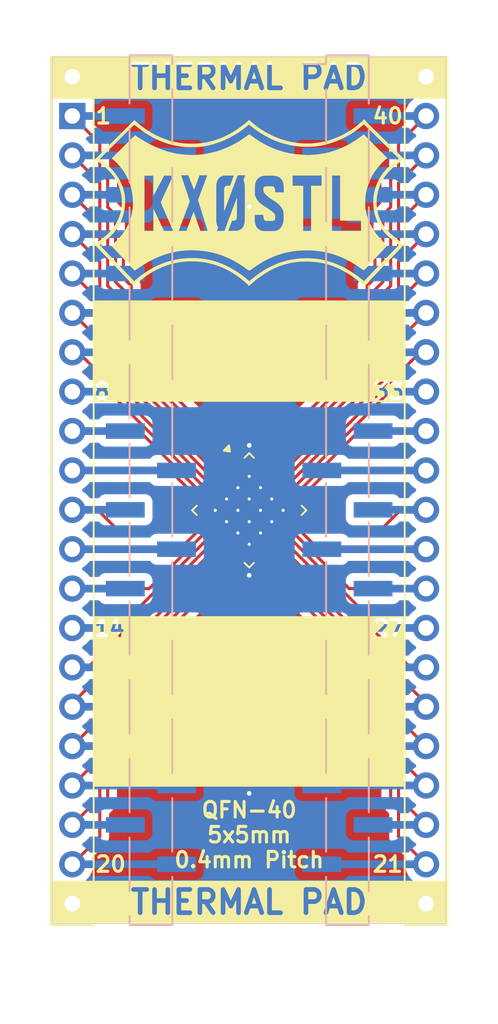
<source format=kicad_pcb>
(kicad_pcb (version 20241229) (generator "pcbnew") (generator_version "9.0")
  (layers (0 "F.Cu" signal) (2 "B.Cu" signal) (13 "F.Paste" user) (15 "B.Paste" user) (5 "F.SilkS" user "F.Silkscreen") (7 "B.SilkS" user "B.Silkscreen") (1 "F.Mask" user) (3 "B.Mask" user) (25 "Edge.Cuts" user))
  (net 0 "")
  (net 1 "/27")
  (net 2 "/10")
  (net 3 "/3")
  (net 4 "/6")
  (net 5 "/8")
  (net 6 "/1")
  (net 7 "/31")
  (net 8 "/7")
  (net 9 "/28")
  (net 10 "/2")
  (net 11 "/32")
  (net 12 "/24")
  (net 13 "/23")
  (net 14 "/19")
  (net 15 "/20")
  (net 16 "/18")
  (net 17 "/9")
  (net 18 "/14")
  (net 19 "/34")
  (net 20 "/26")
  (net 21 "/21")
  (net 22 "/16")
  (net 23 "/29")
  (net 24 "/15")
  (net 25 "/25")
  (net 26 "/30")
  (net 27 "/33")
  (net 28 "/17")
  (net 29 "/5")
  (net 30 "/4")
  (net 31 "/13")
  (net 32 "/12")
  (net 33 "/11")
  (net 34 "/22")
  (net 35 "/35")
  (net 36 "/37")
  (net 37 "/36")
  (net 38 "/41")
  (net 39 "/38")
  (net 40 "/40")
  (net 41 "/39")
  (footprint "Package_DFN_QFN:QFN-40-1EP_5x5mm_P0.4mm_EP3.6x3.6mm_ThermalVias" (layer "F.Cu") (at 136.144 110.777005 -45)
    (property "Reference" "U101" (hide yes))
    (property "Value" "QFN-48")
    (pad "1" smd roundrect (at -2.6375 -1.8 315) (size 1.2 0.25) (layers "F.Cu" "F.Mask" "F.Paste") (net 6 "/1"))
    (pad "2" smd roundrect (at -2.637501 -1.4 315) (size 1.2 0.25) (layers "F.Cu" "F.Mask" "F.Paste") (net 10 "/2"))
    (pad "3" smd roundrect (at -2.6375 -1 315) (size 1.2 0.25) (layers "F.Cu" "F.Mask" "F.Paste") (net 3 "/3"))
    (pad "4" smd roundrect (at -2.6375 -0.6 315) (size 1.2 0.25) (layers "F.Cu" "F.Mask" "F.Paste") (net 30 "/4"))
    (pad "5" smd roundrect (at -2.6375 -0.199999 315) (size 1.2 0.25) (layers "F.Cu" "F.Mask" "F.Paste") (net 29 "/5"))
    (pad "6" smd roundrect (at -2.6375 0.199999 315) (size 1.2 0.25) (layers "F.Cu" "F.Mask" "F.Paste") (net 4 "/6"))
    (pad "7" smd roundrect (at -2.6375 0.6 315) (size 1.2 0.25) (layers "F.Cu" "F.Mask" "F.Paste") (net 8 "/7"))
    (pad "8" smd roundrect (at -2.6375 1 315) (size 1.2 0.25) (layers "F.Cu" "F.Mask" "F.Paste") (net 5 "/8"))
    (pad "9" smd roundrect (at -2.637501 1.4 315) (size 1.2 0.25) (layers "F.Cu" "F.Mask" "F.Paste") (net 17 "/9"))
    (pad "10" smd roundrect (at -2.6375 1.8 315) (size 1.2 0.25) (layers "F.Cu" "F.Mask" "F.Paste") (net 2 "/10"))
    (pad "11" smd roundrect (at -1.8 2.6375 315) (size 0.25 1.2) (layers "F.Cu" "F.Mask" "F.Paste") (net 33 "/11"))
    (pad "12" smd roundrect (at -1.4 2.637501 315) (size 0.25 1.2) (layers "F.Cu" "F.Mask" "F.Paste") (net 32 "/12"))
    (pad "13" smd roundrect (at -1 2.6375 315) (size 0.25 1.2) (layers "F.Cu" "F.Mask" "F.Paste") (net 31 "/13"))
    (pad "14" smd roundrect (at -0.6 2.6375 315) (size 0.25 1.2) (layers "F.Cu" "F.Mask" "F.Paste") (net 18 "/14"))
    (pad "15" smd roundrect (at -0.199999 2.6375 315) (size 0.25 1.2) (layers "F.Cu" "F.Mask" "F.Paste") (net 24 "/15"))
    (pad "16" smd roundrect (at 0.199999 2.6375 315) (size 0.25 1.2) (layers "F.Cu" "F.Mask" "F.Paste") (net 22 "/16"))
    (pad "17" smd roundrect (at 0.6 2.6375 315) (size 0.25 1.2) (layers "F.Cu" "F.Mask" "F.Paste") (net 28 "/17"))
    (pad "18" smd roundrect (at 1 2.6375 315) (size 0.25 1.2) (layers "F.Cu" "F.Mask" "F.Paste") (net 16 "/18"))
    (pad "19" smd roundrect (at 1.4 2.637501 315) (size 0.25 1.2) (layers "F.Cu" "F.Mask" "F.Paste") (net 14 "/19"))
    (pad "20" smd roundrect (at 1.8 2.6375 315) (size 0.25 1.2) (layers "F.Cu" "F.Mask" "F.Paste") (net 15 "/20"))
    (pad "21" smd roundrect (at 2.6375 1.8 315) (size 1.2 0.25) (layers "F.Cu" "F.Mask" "F.Paste") (net 21 "/21"))
    (pad "22" smd roundrect (at 2.637501 1.4 315) (size 1.2 0.25) (layers "F.Cu" "F.Mask" "F.Paste") (net 34 "/22"))
    (pad "23" smd roundrect (at 2.6375 1 315) (size 1.2 0.25) (layers "F.Cu" "F.Mask" "F.Paste") (net 13 "/23"))
    (pad "24" smd roundrect (at 2.6375 0.6 315) (size 1.2 0.25) (layers "F.Cu" "F.Mask" "F.Paste") (net 12 "/24"))
    (pad "25" smd roundrect (at 2.6375 0.199999 315) (size 1.2 0.25) (layers "F.Cu" "F.Mask" "F.Paste") (net 25 "/25"))
    (pad "26" smd roundrect (at 2.6375 -0.199999 315) (size 1.2 0.25) (layers "F.Cu" "F.Mask" "F.Paste") (net 20 "/26"))
    (pad "27" smd roundrect (at 2.6375 -0.6 315) (size 1.2 0.25) (layers "F.Cu" "F.Mask" "F.Paste") (net 1 "/27"))
    (pad "28" smd roundrect (at 2.6375 -1 315) (size 1.2 0.25) (layers "F.Cu" "F.Mask" "F.Paste") (net 9 "/28"))
    (pad "29" smd roundrect (at 2.637501 -1.4 315) (size 1.2 0.25) (layers "F.Cu" "F.Mask" "F.Paste") (net 23 "/29"))
    (pad "30" smd roundrect (at 2.6375 -1.8 315) (size 1.2 0.25) (layers "F.Cu" "F.Mask" "F.Paste") (net 26 "/30"))
    (pad "31" smd roundrect (at 1.8 -2.6375 315) (size 0.25 1.2) (layers "F.Cu" "F.Mask" "F.Paste") (net 7 "/31"))
    (pad "32" smd roundrect (at 1.4 -2.637501 315) (size 0.25 1.2) (layers "F.Cu" "F.Mask" "F.Paste") (net 11 "/32"))
    (pad "33" smd roundrect (at 1 -2.6375 315) (size 0.25 1.2) (layers "F.Cu" "F.Mask" "F.Paste") (net 27 "/33"))
    (pad "34" smd roundrect (at 0.6 -2.6375 315) (size 0.25 1.2) (layers "F.Cu" "F.Mask" "F.Paste") (net 19 "/34"))
    (pad "35" smd roundrect (at 0.199999 -2.6375 315) (size 0.25 1.2) (layers "F.Cu" "F.Mask" "F.Paste") (net 35 "/35"))
    (pad "36" smd roundrect (at -0.199999 -2.6375 315) (size 0.25 1.2) (layers "F.Cu" "F.Mask" "F.Paste") (net 37 "/36"))
    (pad "37" smd roundrect (at -0.6 -2.6375 315) (size 0.25 1.2) (layers "F.Cu" "F.Mask" "F.Paste") (net 36 "/37"))
    (pad "38" smd roundrect (at -1 -2.6375 315) (size 0.25 1.2) (layers "F.Cu" "F.Mask" "F.Paste") (net 39 "/38"))
    (pad "39" smd roundrect (at -1.4 -2.637501 315) (size 0.25 1.2) (layers "F.Cu" "F.Mask" "F.Paste") (net 41 "/39"))
    (pad "40" smd roundrect (at -1.8 -2.6375 315) (size 0.25 1.2) (layers "F.Cu" "F.Mask" "F.Paste") (net 40 "/40"))
    (pad "41" thru_hole circle (at -1.55 -1.55 315) (size 0.5 0.5) (drill 0.2) (property pad_prop_heatsink) (layers "*.Cu") (net 38 "/41"))
    (pad "41" thru_hole circle (at -1.55 -0.516667 315) (size 0.5 0.5) (drill 0.2) (property pad_prop_heatsink) (layers "*.Cu") (net 38 "/41"))
    (pad "41" thru_hole circle (at -1.55 0.516667 315) (size 0.5 0.5) (drill 0.2) (property pad_prop_heatsink) (layers "*.Cu") (net 38 "/41"))
    (pad "41" thru_hole circle (at -1.55 1.55 315) (size 0.5 0.5) (drill 0.2) (property pad_prop_heatsink) (layers "*.Cu") (net 38 "/41"))
    (pad "41" thru_hole circle (at -0.516667 -1.55 315) (size 0.5 0.5) (drill 0.2) (property pad_prop_heatsink) (layers "*.Cu") (net 38 "/41"))
    (pad "41" thru_hole circle (at -0.516667 -0.516667 315) (size 0.5 0.5) (drill 0.2) (property pad_prop_heatsink) (layers "*.Cu") (net 38 "/41"))
    (pad "41" thru_hole circle (at -0.516667 0.516667 315) (size 0.5 0.5) (drill 0.2) (property pad_prop_heatsink) (layers "*.Cu") (net 38 "/41"))
    (pad "41" thru_hole circle (at -0.516667 1.55 315) (size 0.5 0.5) (drill 0.2) (property pad_prop_heatsink) (layers "*.Cu") (net 38 "/41"))
    (pad "41" smd rect (at 0 0 315) (size 3.6 3.6) (property pad_prop_heatsink) (layers "F.Cu" "F.Mask") (net 38 "/41"))
    (pad "41" smd rect (at 0 0 315) (size 3.6 3.6) (property pad_prop_heatsink) (layers "B.Cu") (net 38 "/41"))
    (pad "41" thru_hole circle (at 0.516667 -1.55 315) (size 0.5 0.5) (drill 0.2) (property pad_prop_heatsink) (layers "*.Cu") (net 38 "/41"))
    (pad "41" thru_hole circle (at 0.516667 -0.516667 315) (size 0.5 0.5) (drill 0.2) (property pad_prop_heatsink) (layers "*.Cu") (net 38 "/41"))
    (pad "41" thru_hole circle (at 0.516667 0.516667 315) (size 0.5 0.5) (drill 0.2) (property pad_prop_heatsink) (layers "*.Cu") (net 38 "/41"))
    (pad "41" thru_hole circle (at 0.516667 1.55 315) (size 0.5 0.5) (drill 0.2) (property pad_prop_heatsink) (layers "*.Cu") (net 38 "/41"))
    (pad "41" thru_hole circle (at 1.55 -1.55 315) (size 0.5 0.5) (drill 0.2) (property pad_prop_heatsink) (layers "*.Cu") (net 38 "/41"))
    (pad "41" thru_hole circle (at 1.55 -0.516667 315) (size 0.5 0.5) (drill 0.2) (property pad_prop_heatsink) (layers "*.Cu") (net 38 "/41"))
    (pad "41" thru_hole circle (at 1.55 0.516667 315) (size 0.5 0.5) (drill 0.2) (property pad_prop_heatsink) (layers "*.Cu") (net 38 "/41"))
    (pad "41" thru_hole circle (at 1.55 1.55 315) (size 0.5 0.5) (drill 0.2) (property pad_prop_heatsink) (layers "*.Cu") (net 38 "/41"))
  )
  (footprint "libraries:LogoSmall" (layer "F.Cu") (at 136.144 90.932)
    (property "Reference" "G***" (hide yes))
    (property "Value" "LOGO" (hide yes))
  )
  (footprint "Connector_PinHeader_2.54mm:PinHeader_1x22_P2.54mm_Vertical" (layer "F.Cu") (at 124.714 82.804)
    (property "Reference" "J101" (hide yes))
    (property "Value" "Conn_01x26")
    (pad "1" thru_hole circle (at 0 0) (size 1.7 1.7) (drill 1) (layers "*.Cu" "*.Mask") (net 38 "/41"))
    (pad "2" thru_hole rect (at 0 2.54) (size 1.7 1.7) (drill 1) (layers "*.Cu" "*.Mask") (net 6 "/1"))
    (pad "3" thru_hole circle (at 0 5.08) (size 1.7 1.7) (drill 1) (layers "*.Cu" "*.Mask") (net 10 "/2"))
    (pad "4" thru_hole circle (at 0 7.62) (size 1.7 1.7) (drill 1) (layers "*.Cu" "*.Mask") (net 3 "/3"))
    (pad "5" thru_hole circle (at 0 10.16) (size 1.7 1.7) (drill 1) (layers "*.Cu" "*.Mask") (net 30 "/4"))
    (pad "6" thru_hole circle (at 0 12.7) (size 1.7 1.7) (drill 1) (layers "*.Cu" "*.Mask") (net 29 "/5"))
    (pad "7" thru_hole circle (at 0 15.24) (size 1.7 1.7) (drill 1) (layers "*.Cu" "*.Mask") (net 4 "/6"))
    (pad "8" thru_hole circle (at 0 17.78) (size 1.7 1.7) (drill 1) (layers "*.Cu" "*.Mask") (net 8 "/7"))
    (pad "9" thru_hole circle (at 0 20.32) (size 1.7 1.7) (drill 1) (layers "*.Cu" "*.Mask") (net 5 "/8"))
    (pad "10" thru_hole circle (at 0 22.86) (size 1.7 1.7) (drill 1) (layers "*.Cu" "*.Mask") (net 17 "/9"))
    (pad "11" thru_hole circle (at 0 25.4) (size 1.7 1.7) (drill 1) (layers "*.Cu" "*.Mask") (net 2 "/10"))
    (pad "12" thru_hole circle (at 0 27.94) (size 1.7 1.7) (drill 1) (layers "*.Cu" "*.Mask") (net 33 "/11"))
    (pad "13" thru_hole circle (at 0 30.48) (size 1.7 1.7) (drill 1) (layers "*.Cu" "*.Mask") (net 32 "/12"))
    (pad "14" thru_hole circle (at 0 33.02) (size 1.7 1.7) (drill 1) (layers "*.Cu" "*.Mask") (net 31 "/13"))
    (pad "15" thru_hole circle (at 0 35.56) (size 1.7 1.7) (drill 1) (layers "*.Cu" "*.Mask") (net 18 "/14"))
    (pad "16" thru_hole circle (at 0 38.1) (size 1.7 1.7) (drill 1) (layers "*.Cu" "*.Mask") (net 24 "/15"))
    (pad "17" thru_hole circle (at 0 40.64) (size 1.7 1.7) (drill 1) (layers "*.Cu" "*.Mask") (net 22 "/16"))
    (pad "18" thru_hole circle (at 0 43.18) (size 1.7 1.7) (drill 1) (layers "*.Cu" "*.Mask") (net 28 "/17"))
    (pad "19" thru_hole circle (at 0 45.72) (size 1.7 1.7) (drill 1) (layers "*.Cu" "*.Mask") (net 16 "/18"))
    (pad "20" thru_hole circle (at 0 48.26) (size 1.7 1.7) (drill 1) (layers "*.Cu" "*.Mask") (net 14 "/19"))
    (pad "21" thru_hole circle (at 0 50.8) (size 1.7 1.7) (drill 1) (layers "*.Cu" "*.Mask") (net 15 "/20"))
    (pad "22" thru_hole circle (at 0 53.34) (size 1.7 1.7) (drill 1) (layers "*.Cu" "*.Mask") (net 38 "/41"))
  )
  (footprint "Connector_PinHeader_2.54mm:PinHeader_1x22_P2.54mm_Vertical" (layer "F.Cu") (at 147.574 82.804)
    (property "Reference" "J102" (hide yes))
    (property "Value" "Conn_01x26")
    (pad "1" thru_hole circle (at 0 0) (size 1.7 1.7) (drill 1) (layers "*.Cu" "*.Mask") (net 38 "/41"))
    (pad "2" thru_hole circle (at 0 2.54) (size 1.7 1.7) (drill 1) (layers "*.Cu" "*.Mask") (net 40 "/40"))
    (pad "3" thru_hole circle (at 0 5.08) (size 1.7 1.7) (drill 1) (layers "*.Cu" "*.Mask") (net 41 "/39"))
    (pad "4" thru_hole circle (at 0 7.62) (size 1.7 1.7) (drill 1) (layers "*.Cu" "*.Mask") (net 39 "/38"))
    (pad "5" thru_hole circle (at 0 10.16) (size 1.7 1.7) (drill 1) (layers "*.Cu" "*.Mask") (net 36 "/37"))
    (pad "6" thru_hole circle (at 0 12.7) (size 1.7 1.7) (drill 1) (layers "*.Cu" "*.Mask") (net 37 "/36"))
    (pad "7" thru_hole circle (at 0 15.24) (size 1.7 1.7) (drill 1) (layers "*.Cu" "*.Mask") (net 35 "/35"))
    (pad "8" thru_hole circle (at 0 17.78) (size 1.7 1.7) (drill 1) (layers "*.Cu" "*.Mask") (net 19 "/34"))
    (pad "9" thru_hole circle (at 0 20.32) (size 1.7 1.7) (drill 1) (layers "*.Cu" "*.Mask") (net 27 "/33"))
    (pad "10" thru_hole circle (at 0 22.86) (size 1.7 1.7) (drill 1) (layers "*.Cu" "*.Mask") (net 11 "/32"))
    (pad "11" thru_hole circle (at 0 25.4) (size 1.7 1.7) (drill 1) (layers "*.Cu" "*.Mask") (net 7 "/31"))
    (pad "12" thru_hole circle (at 0 27.94) (size 1.7 1.7) (drill 1) (layers "*.Cu" "*.Mask") (net 26 "/30"))
    (pad "13" thru_hole circle (at 0 30.48) (size 1.7 1.7) (drill 1) (layers "*.Cu" "*.Mask") (net 23 "/29"))
    (pad "14" thru_hole circle (at 0 33.02) (size 1.7 1.7) (drill 1) (layers "*.Cu" "*.Mask") (net 9 "/28"))
    (pad "15" thru_hole circle (at 0 35.56) (size 1.7 1.7) (drill 1) (layers "*.Cu" "*.Mask") (net 1 "/27"))
    (pad "16" thru_hole circle (at 0 38.1) (size 1.7 1.7) (drill 1) (layers "*.Cu" "*.Mask") (net 20 "/26"))
    (pad "17" thru_hole circle (at 0 40.64) (size 1.7 1.7) (drill 1) (layers "*.Cu" "*.Mask") (net 25 "/25"))
    (pad "18" thru_hole circle (at 0 43.18) (size 1.7 1.7) (drill 1) (layers "*.Cu" "*.Mask") (net 12 "/24"))
    (pad "19" thru_hole circle (at 0 45.72) (size 1.7 1.7) (drill 1) (layers "*.Cu" "*.Mask") (net 13 "/23"))
    (pad "20" thru_hole circle (at 0 48.26) (size 1.7 1.7) (drill 1) (layers "*.Cu" "*.Mask") (net 34 "/22"))
    (pad "21" thru_hole circle (at 0 50.8) (size 1.7 1.7) (drill 1) (layers "*.Cu" "*.Mask") (net 21 "/21"))
    (pad "22" thru_hole circle (at 0 53.34) (size 1.7 1.7) (drill 1) (layers "*.Cu" "*.Mask") (net 38 "/41"))
  )
  (footprint "Connector_PinHeader_2.54mm:PinHeader_1x22_P2.54mm_Vertical_SMD_Pin1Left" (layer "B.Cu") (at 129.794 109.474 180)
    (property "Reference" "J103" (hide yes))
    (property "Value" "Conn_01x26")
    (pad "1" smd rect (at -1.655 26.67 180) (size 2.51 1) (layers "B.Cu" "B.Mask" "B.Paste") (net 38 "/41"))
    (pad "2" smd rect (at 1.655 24.13 180) (size 2.51 1) (layers "B.Cu" "B.Mask" "B.Paste") (net 6 "/1"))
    (pad "3" smd rect (at -1.655 21.59 180) (size 2.51 1) (layers "B.Cu" "B.Mask" "B.Paste") (net 10 "/2"))
    (pad "4" smd rect (at 1.655 19.05 180) (size 2.51 1) (layers "B.Cu" "B.Mask" "B.Paste") (net 3 "/3"))
    (pad "5" smd rect (at -1.655 16.51 180) (size 2.51 1) (layers "B.Cu" "B.Mask" "B.Paste") (net 30 "/4"))
    (pad "6" smd rect (at 1.655 13.97 180) (size 2.51 1) (layers "B.Cu" "B.Mask" "B.Paste") (net 29 "/5"))
    (pad "7" smd rect (at -1.655 11.43 180) (size 2.51 1) (layers "B.Cu" "B.Mask" "B.Paste") (net 4 "/6"))
    (pad "8" smd rect (at 1.655 8.89 180) (size 2.51 1) (layers "B.Cu" "B.Mask" "B.Paste") (net 8 "/7"))
    (pad "9" smd rect (at -1.655 6.35 180) (size 2.51 1) (layers "B.Cu" "B.Mask" "B.Paste") (net 5 "/8"))
    (pad "10" smd rect (at 1.655 3.81 180) (size 2.51 1) (layers "B.Cu" "B.Mask" "B.Paste") (net 17 "/9"))
    (pad "11" smd rect (at -1.655 1.27 180) (size 2.51 1) (layers "B.Cu" "B.Mask" "B.Paste") (net 2 "/10"))
    (pad "12" smd rect (at 1.655 -1.27 180) (size 2.51 1) (layers "B.Cu" "B.Mask" "B.Paste") (net 33 "/11"))
    (pad "13" smd rect (at -1.655 -3.81 180) (size 2.51 1) (layers "B.Cu" "B.Mask" "B.Paste") (net 32 "/12"))
    (pad "14" smd rect (at 1.655 -6.35 180) (size 2.51 1) (layers "B.Cu" "B.Mask" "B.Paste") (net 31 "/13"))
    (pad "15" smd rect (at -1.655 -8.89 180) (size 2.51 1) (layers "B.Cu" "B.Mask" "B.Paste") (net 18 "/14"))
    (pad "16" smd rect (at 1.655 -11.43 180) (size 2.51 1) (layers "B.Cu" "B.Mask" "B.Paste") (net 24 "/15"))
    (pad "17" smd rect (at -1.655 -13.97 180) (size 2.51 1) (layers "B.Cu" "B.Mask" "B.Paste") (net 22 "/16"))
    (pad "18" smd rect (at 1.655 -16.51 180) (size 2.51 1) (layers "B.Cu" "B.Mask" "B.Paste") (net 28 "/17"))
    (pad "19" smd rect (at -1.655 -19.05 180) (size 2.51 1) (layers "B.Cu" "B.Mask" "B.Paste") (net 16 "/18"))
    (pad "20" smd rect (at 1.655 -21.59 180) (size 2.51 1) (layers "B.Cu" "B.Mask" "B.Paste") (net 14 "/19"))
    (pad "21" smd rect (at -1.655 -24.13 180) (size 2.51 1) (layers "B.Cu" "B.Mask" "B.Paste") (net 15 "/20"))
    (pad "22" smd rect (at 1.655 -26.67 180) (size 2.51 1) (layers "B.Cu" "B.Mask" "B.Paste") (net 38 "/41"))
  )
  (footprint "Connector_PinHeader_2.54mm:PinHeader_1x22_P2.54mm_Vertical_SMD_Pin1Right" (layer "B.Cu") (at 142.494 109.474 180)
    (property "Reference" "J104" (hide yes))
    (property "Value" "Conn_01x26")
    (pad "1" smd rect (at 1.655 26.67 180) (size 2.51 1) (layers "B.Cu" "B.Mask" "B.Paste") (net 38 "/41"))
    (pad "2" smd rect (at -1.655 24.13 180) (size 2.51 1) (layers "B.Cu" "B.Mask" "B.Paste") (net 40 "/40"))
    (pad "3" smd rect (at 1.655 21.59 180) (size 2.51 1) (layers "B.Cu" "B.Mask" "B.Paste") (net 41 "/39"))
    (pad "4" smd rect (at -1.655 19.05 180) (size 2.51 1) (layers "B.Cu" "B.Mask" "B.Paste") (net 39 "/38"))
    (pad "5" smd rect (at 1.655 16.51 180) (size 2.51 1) (layers "B.Cu" "B.Mask" "B.Paste") (net 36 "/37"))
    (pad "6" smd rect (at -1.655 13.97 180) (size 2.51 1) (layers "B.Cu" "B.Mask" "B.Paste") (net 37 "/36"))
    (pad "7" smd rect (at 1.655 11.43 180) (size 2.51 1) (layers "B.Cu" "B.Mask" "B.Paste") (net 35 "/35"))
    (pad "8" smd rect (at -1.655 8.89 180) (size 2.51 1) (layers "B.Cu" "B.Mask" "B.Paste") (net 19 "/34"))
    (pad "9" smd rect (at 1.655 6.35 180) (size 2.51 1) (layers "B.Cu" "B.Mask" "B.Paste") (net 27 "/33"))
    (pad "10" smd rect (at -1.655 3.81 180) (size 2.51 1) (layers "B.Cu" "B.Mask" "B.Paste") (net 11 "/32"))
    (pad "11" smd rect (at 1.655 1.27 180) (size 2.51 1) (layers "B.Cu" "B.Mask" "B.Paste") (net 7 "/31"))
    (pad "12" smd rect (at -1.655 -1.27 180) (size 2.51 1) (layers "B.Cu" "B.Mask" "B.Paste") (net 26 "/30"))
    (pad "13" smd rect (at 1.655 -3.81 180) (size 2.51 1) (layers "B.Cu" "B.Mask" "B.Paste") (net 23 "/29"))
    (pad "14" smd rect (at -1.655 -6.35 180) (size 2.51 1) (layers "B.Cu" "B.Mask" "B.Paste") (net 9 "/28"))
    (pad "15" smd rect (at 1.655 -8.89 180) (size 2.51 1) (layers "B.Cu" "B.Mask" "B.Paste") (net 1 "/27"))
    (pad "16" smd rect (at -1.655 -11.43 180) (size 2.51 1) (layers "B.Cu" "B.Mask" "B.Paste") (net 20 "/26"))
    (pad "17" smd rect (at 1.655 -13.97 180) (size 2.51 1) (layers "B.Cu" "B.Mask" "B.Paste") (net 25 "/25"))
    (pad "18" smd rect (at -1.655 -16.51 180) (size 2.51 1) (layers "B.Cu" "B.Mask" "B.Paste") (net 12 "/24"))
    (pad "19" smd rect (at 1.655 -19.05 180) (size 2.51 1) (layers "B.Cu" "B.Mask" "B.Paste") (net 13 "/23"))
    (pad "20" smd rect (at -1.655 -21.59 180) (size 2.51 1) (layers "B.Cu" "B.Mask" "B.Paste") (net 34 "/22"))
    (pad "21" smd rect (at 1.655 -24.13 180) (size 2.51 1) (layers "B.Cu" "B.Mask" "B.Paste") (net 21 "/21"))
    (pad "22" smd rect (at -1.655 -26.67 180) (size 2.51 1) (layers "B.Cu" "B.Mask" "B.Paste") (net 38 "/41"))
  )
  (gr_rect (start 123.317 134.71638) (end 128.397 137.38363) (stroke (width 0.1)) (fill yes) (layer "F.SilkS"))
  (gr_rect (start 126.111 119.064096) (end 146.177 128.549429) (stroke (width 0.1)) (fill yes) (layer "F.SilkS"))
  (gr_rect (start 128.08375 83.776805) (end 143.8825 84.183205) (stroke (width 0.1)) (fill yes) (layer "F.SilkS"))
  (gr_rect (start 127.133664 97.291727) (end 144.175503 103.726286) (stroke (width 0.1)) (fill yes) (layer "F.SilkS"))
  (gr_rect (start 143.7555 134.71638) (end 148.954 137.38363) (stroke (width 0.1)) (fill yes) (layer "F.SilkS"))
  (gr_rect (start 126.159249 97.291733) (end 146.128752 102.361999) (stroke (width 0.1)) (fill yes) (layer "F.SilkS"))
  (gr_rect (start 127.4995 81.515955) (end 144.44125 81.744555) (stroke (width 0.1)) (fill yes) (layer "F.SilkS"))
  (gr_rect (start 128.1345 134.71638) (end 144.18725 134.94473) (stroke (width 0.1)) (fill yes) (layer "F.SilkS"))
  (gr_rect (start 127.19475 136.97723) (end 144.8985 137.38363) (stroke (width 0.1)) (fill yes) (layer "F.SilkS"))
  (gr_rect (start 128.076 117.654795) (end 144.146327 125.241429) (stroke (width 0.1)) (fill yes) (layer "F.SilkS"))
  (gr_rect (start 123.317 81.515955) (end 128.397 84.183205) (stroke (width 0.1)) (fill yes) (layer "F.SilkS"))
  (gr_rect (start 143.76825 81.515955) (end 148.954 84.183205) (stroke (width 0.1)) (fill yes) (layer "F.SilkS"))
  (gr_rect (start 123.444 81.544429) (end 148.844 137.424429) (stroke (width 0.05)) (fill no) (layer "Edge.Cuts"))
  (gr_text "27" (at 146.246729 118.364 0) (layer "F.SilkS" knockout) (effects (font (size 1 1) (thickness 0.2) (bold yes)) (justify right)))
  (gr_text "40" (at 146.177 85.344 0) (layer "F.SilkS") (effects (font (size 1 1) (thickness 0.2) (bold yes)) (justify right)))
  (gr_text "21" (at 146.177 133.604 0) (layer "F.SilkS") (effects (font (size 1 1) (thickness 0.2) (bold yes)) (justify right)))
  (gr_text "8" (at 126.021625 103.110713 0) (layer "F.SilkS" knockout) (effects (font (size 1 1) (thickness 0.2) (bold yes)) (justify left)))
  (gr_text "QFN-40\n5x5mm\n0.4mm Pitch" (at 136.144 133.906849 0) (layer "F.SilkS") (effects (font (size 1 1) (thickness 0.2) (bold yes)) (justify bottom)))
  (gr_text "14" (at 126.02764 118.411327 0) (layer "F.SilkS" knockout) (effects (font (size 1 1) (thickness 0.2) (bold yes)) (justify left)))
  (gr_text "THERMAL PAD" (at 136.1355 136.050005 0) (layer "F.SilkS" knockout) (effects (font (size 1.5 1.5) (thickness 0.3))))
  (gr_text "THERMAL PAD" (at 136.1355 82.84958 0) (layer "F.SilkS" knockout) (effects (font (size 1.5 1.5) (thickness 0.3))))
  (gr_text "33" (at 146.264 103.124 0) (layer "F.SilkS" knockout) (effects (font (size 1 1) (thickness 0.2) (bold yes)) (justify right)))
  (gr_text "1" (at 126.111 85.344 0) (layer "F.SilkS") (effects (font (size 1 1) (thickness 0.2) (bold yes)) (justify left)))
  (gr_text "20" (at 126.111 133.604 0) (layer "F.SilkS") (effects (font (size 1 1) (thickness 0.2) (bold yes)) (justify left)))
  (segment (start 144.579523 118.364) (end 147.574 118.364) (width 0.2) (layer "F.Cu") (net 1))
  (segment (start 138.433258 112.217735) (end 144.579523 118.364) (width 0.2) (layer "F.Cu") (net 1))
  (segment (start 147.574 118.364) (end 140.839 118.364) (width 0.5) (layer "B.Cu") (net 1))
  (segment (start 133.006214 110.184803) (end 131.025411 108.204) (width 0.2) (layer "F.Cu") (net 2))
  (segment (start 131.025411 108.204) (end 124.714 108.204) (width 0.2) (layer "F.Cu") (net 2))
  (segment (start 124.714 108.204) (end 131.449 108.204) (width 0.5) (layer "B.Cu") (net 2))
  (segment (start 127 96.299005) (end 127 94.521005) (width 0.2) (layer "F.Cu") (net 3))
  (segment (start 127 94.521005) (end 126.492 94.013005) (width 0.2) (layer "F.Cu") (net 3))
  (segment (start 128.016 99.093005) (end 127.508 98.585005) (width 0.2) (layer "F.Cu") (net 3))
  (segment (start 127.508 96.807005) (end 127 96.299005) (width 0.2) (layer "F.Cu") (net 3))
  (segment (start 127.508 98.585005) (end 127.508 96.807005) (width 0.2) (layer "F.Cu") (net 3))
  (segment (start 134.986113 108.204904) (end 128.016 101.234791) (width 0.2) (layer "F.Cu") (net 3))
  (segment (start 126.492 94.013005) (end 126.492 92.202) (width 0.2) (layer "F.Cu") (net 3))
  (segment (start 126.492 92.202) (end 124.714 90.424) (width 0.2) (layer "F.Cu") (net 3))
  (segment (start 128.016 101.234791) (end 128.016 99.093005) (width 0.2) (layer "F.Cu") (net 3))
  (segment (start 128.139 90.424) (end 124.714 90.424) (width 0.5) (layer "B.Cu") (net 3))
  (segment (start 134.137585 109.053432) (end 126.492 101.407847) (width 0.2) (layer "F.Cu") (net 4))
  (segment (start 126.492 99.822) (end 124.714 98.044) (width 0.2) (layer "F.Cu") (net 4))
  (segment (start 126.492 101.407847) (end 126.492 99.822) (width 0.2) (layer "F.Cu") (net 4))
  (segment (start 124.714 98.044) (end 131.449 98.044) (width 0.5) (layer "B.Cu") (net 4))
  (segment (start 133.571899 109.619118) (end 127.076781 103.124) (width 0.2) (layer "F.Cu") (net 5))
  (segment (start 127.076781 103.124) (end 124.714 103.124) (width 0.2) (layer "F.Cu") (net 5))
  (segment (start 124.714 103.124) (end 131.449 103.124) (width 0.5) (layer "B.Cu") (net 5))
  (segment (start 129.032 101.119421) (end 129.032 98.585005) (width 0.2) (layer "F.Cu") (net 6))
  (segment (start 127.508 93.505005) (end 127.508 91.727005) (width 0.2) (layer "F.Cu") (net 6))
  (segment (start 128.524 98.077005) (end 128.524 96.299005) (width 0.2) (layer "F.Cu") (net 6))
  (segment (start 128.016 95.791005) (end 128.016 94.013005) (width 0.2) (layer "F.Cu") (net 6))
  (segment (start 126.492 88.933005) (end 126.492 87.122) (width 0.2) (layer "F.Cu") (net 6))
  (segment (start 127 89.441005) (end 126.492 88.933005) (width 0.2) (layer "F.Cu") (net 6))
  (segment (start 128.524 96.299005) (end 128.016 95.791005) (width 0.2) (layer "F.Cu") (net 6))
  (segment (start 129.032 98.585005) (end 128.524 98.077005) (width 0.2) (layer "F.Cu") (net 6))
  (segment (start 128.016 94.013005) (end 127.508 93.505005) (width 0.2) (layer "F.Cu") (net 6))
  (segment (start 126.492 87.122) (end 124.714 85.344) (width 0.2) (layer "F.Cu") (net 6))
  (segment (start 135.551798 107.639219) (end 129.032 101.119421) (width 0.2) (layer "F.Cu") (net 6))
  (segment (start 127.508 91.727005) (end 127 91.219005) (width 0.2) (layer "F.Cu") (net 6))
  (segment (start 127 91.219005) (end 127 89.441005) (width 0.2) (layer "F.Cu") (net 6))
  (segment (start 124.714 85.344) (end 128.139 85.344) (width 0.5) (layer "B.Cu") (net 6))
  (segment (start 141.262589 108.204) (end 147.574 108.204) (width 0.2) (layer "F.Cu") (net 7))
  (segment (start 139.281786 110.184803) (end 141.262589 108.204) (width 0.2) (layer "F.Cu") (net 7))
  (segment (start 147.574 108.204) (end 140.839 108.204) (width 0.5) (layer "B.Cu") (net 7))
  (segment (start 125.102467 100.584) (end 124.714 100.584) (width 0.2) (layer "F.Cu") (net 8))
  (segment (start 133.854742 109.336275) (end 125.102467 100.584) (width 0.2) (layer "F.Cu") (net 8))
  (segment (start 128.139 100.584) (end 124.714 100.584) (width 0.5) (layer "B.Cu") (net 8))
  (segment (start 138.716101 111.934892) (end 142.605209 115.824) (width 0.2) (layer "F.Cu") (net 9))
  (segment (start 142.605209 115.824) (end 147.574 115.824) (width 0.2) (layer "F.Cu") (net 9))
  (segment (start 144.149 115.824) (end 147.574 115.824) (width 0.5) (layer "B.Cu") (net 9))
  (segment (start 127 93.759005) (end 127 91.981005) (width 0.2) (layer "F.Cu") (net 10))
  (segment (start 128.524 98.839005) (end 128.016 98.331005) (width 0.2) (layer "F.Cu") (net 10))
  (segment (start 127.508 94.267005) (end 127 93.759005) (width 0.2) (layer "F.Cu") (net 10))
  (segment (start 135.268955 107.922061) (end 128.524 101.177106) (width 0.2) (layer "F.Cu") (net 10))
  (segment (start 127.508 96.045005) (end 127.508 94.267005) (width 0.2) (layer "F.Cu") (net 10))
  (segment (start 128.524 101.177106) (end 128.524 98.839005) (width 0.2) (layer "F.Cu") (net 10))
  (segment (start 128.016 96.553005) (end 127.508 96.045005) (width 0.2) (layer "F.Cu") (net 10))
  (segment (start 127 91.981005) (end 126.492 91.473005) (width 0.2) (layer "F.Cu") (net 10))
  (segment (start 128.016 98.331005) (end 128.016 96.553005) (width 0.2) (layer "F.Cu") (net 10))
  (segment (start 126.492 89.662) (end 124.714 87.884) (width 0.2) (layer "F.Cu") (net 10))
  (segment (start 126.492 91.473005) (end 126.492 89.662) (width 0.2) (layer "F.Cu") (net 10))
  (segment (start 124.714 87.884) (end 131.449 87.884) (width 0.5) (layer "B.Cu") (net 10))
  (segment (start 138.998944 109.90196) (end 143.236904 105.664) (width 0.2) (layer "F.Cu") (net 11))
  (segment (start 143.236904 105.664) (end 147.574 105.664) (width 0.2) (layer "F.Cu") (net 11))
  (segment (start 144.149 105.664) (end 147.574 105.664) (width 0.5) (layer "B.Cu") (net 11))
  (segment (start 145.288 120.769533) (end 145.288 121.699005) (width 0.2) (layer "F.Cu") (net 12))
  (segment (start 137.58473 113.066263) (end 145.288 120.769533) (width 0.2) (layer "F.Cu") (net 12))
  (segment (start 145.796 124.206) (end 147.574 125.984) (width 0.2) (layer "F.Cu") (net 12))
  (segment (start 145.288 121.699005) (end 145.796 122.207005) (width 0.2) (layer "F.Cu") (net 12))
  (segment (start 145.796 122.207005) (end 145.796 124.206) (width 0.2) (layer "F.Cu") (net 12))
  (segment (start 144.149 125.984) (end 147.574 125.984) (width 0.5) (layer "B.Cu") (net 12))
  (segment (start 145.796 126.746) (end 147.574 128.524) (width 0.2) (layer "F.Cu") (net 13))
  (segment (start 144.78 121.953005) (end 145.288 122.461005) (width 0.2) (layer "F.Cu") (net 13))
  (segment (start 137.301887 113.349106) (end 144.78 120.827219) (width 0.2) (layer "F.Cu") (net 13))
  (segment (start 145.796 125.001005) (end 145.796 126.746) (width 0.2) (layer "F.Cu") (net 13))
  (segment (start 144.78 120.827219) (end 144.78 121.953005) (width 0.2) (layer "F.Cu") (net 13))
  (segment (start 145.288 122.461005) (end 145.288 124.493005) (width 0.2) (layer "F.Cu") (net 13))
  (segment (start 145.288 124.493005) (end 145.796 125.001005) (width 0.2) (layer "F.Cu") (net 13))
  (segment (start 147.574 128.524) (end 140.839 128.524) (width 0.5) (layer "B.Cu") (net 13))
  (segment (start 128.016 122.207005) (end 127.508 122.715005) (width 0.2) (layer "F.Cu") (net 14))
  (segment (start 127.508 122.715005) (end 127.508 124.747005) (width 0.2) (layer "F.Cu") (net 14))
  (segment (start 135.268955 113.631949) (end 128.016 120.884904) (width 0.2) (layer "F.Cu") (net 14))
  (segment (start 126.492 129.286) (end 124.714 131.064) (width 0.2) (layer "F.Cu") (net 14))
  (segment (start 127 127.033005) (end 126.492 127.541005) (width 0.2) (layer "F.Cu") (net 14))
  (segment (start 127.508 124.747005) (end 127 125.255005) (width 0.2) (layer "F.Cu") (net 14))
  (segment (start 128.016 120.884904) (end 128.016 122.207005) (width 0.2) (layer "F.Cu") (net 14))
  (segment (start 126.492 127.541005) (end 126.492 129.286) (width 0.2) (layer "F.Cu") (net 14))
  (segment (start 127 125.255005) (end 127 127.033005) (width 0.2) (layer "F.Cu") (net 14))
  (segment (start 128.139 131.064) (end 124.714 131.064) (width 0.5) (layer "B.Cu") (net 14))
  (segment (start 128.016 125.001005) (end 127.508 125.509005) (width 0.2) (layer "F.Cu") (net 15))
  (segment (start 135.551798 113.914791) (end 128.524 120.942589) (width 0.2) (layer "F.Cu") (net 15))
  (segment (start 128.524 122.461005) (end 128.016 122.969005) (width 0.2) (layer "F.Cu") (net 15))
  (segment (start 127.508 125.509005) (end 127.508 127.287005) (width 0.2) (layer "F.Cu") (net 15))
  (segment (start 128.016 122.969005) (end 128.016 125.001005) (width 0.2) (layer "F.Cu") (net 15))
  (segment (start 128.524 120.942589) (end 128.524 122.461005) (width 0.2) (layer "F.Cu") (net 15))
  (segment (start 127.508 127.287005) (end 127 127.795005) (width 0.2) (layer "F.Cu") (net 15))
  (segment (start 126.492 131.826) (end 124.714 133.604) (width 0.2) (layer "F.Cu") (net 15))
  (segment (start 127 129.573005) (end 126.492 130.081005) (width 0.2) (layer "F.Cu") (net 15))
  (segment (start 127 127.795005) (end 127 129.573005) (width 0.2) (layer "F.Cu") (net 15))
  (segment (start 126.492 130.081005) (end 126.492 131.826) (width 0.2) (layer "F.Cu") (net 15))
  (segment (start 124.714 133.604) (end 131.449 133.604) (width 0.5) (layer "B.Cu") (net 15))
  (segment (start 134.986113 113.349106) (end 127.508 120.827219) (width 0.2) (layer "F.Cu") (net 16))
  (segment (start 127.508 120.827219) (end 127.508 121.953005) (width 0.2) (layer "F.Cu") (net 16))
  (segment (start 127 122.461005) (end 127 124.493005) (width 0.2) (layer "F.Cu") (net 16))
  (segment (start 126.492 125.001005) (end 126.492 126.746) (width 0.2) (layer "F.Cu") (net 16))
  (segment (start 127.508 121.953005) (end 127 122.461005) (width 0.2) (layer "F.Cu") (net 16))
  (segment (start 127 124.493005) (end 126.492 125.001005) (width 0.2) (layer "F.Cu") (net 16))
  (segment (start 126.492 126.746) (end 124.714 128.524) (width 0.2) (layer "F.Cu") (net 16))
  (segment (start 131.449 128.524) (end 124.714 128.524) (width 0.5) (layer "B.Cu") (net 16))
  (segment (start 129.051096 105.664) (end 124.714 105.664) (width 0.2) (layer "F.Cu") (net 17))
  (segment (start 133.289056 109.90196) (end 129.051096 105.664) (width 0.2) (layer "F.Cu") (net 17))
  (segment (start 128.139 105.664) (end 124.714 105.664) (width 0.5) (layer "B.Cu") (net 17))
  (segment (start 127.708477 118.364) (end 124.714 118.364) (width 0.2) (layer "F.Cu") (net 18))
  (segment (start 133.854742 112.217735) (end 127.708477 118.364) (width 0.2) (layer "F.Cu") (net 18))
  (segment (start 124.714 118.364) (end 131.449 118.364) (width 0.5) (layer "B.Cu") (net 18))
  (segment (start 147.185533 100.584) (end 147.574 100.584) (width 0.2) (layer "F.Cu") (net 19))
  (segment (start 138.433258 109.336275) (end 147.185533 100.584) (width 0.2) (layer "F.Cu") (net 19))
  (segment (start 144.149 100.584) (end 147.574 100.584) (width 0.5) (layer "B.Cu") (net 19))
  (segment (start 146.553837 120.904) (end 147.574 120.904) (width 0.2) (layer "F.Cu") (net 20))
  (segment (start 138.150415 112.500578) (end 146.553837 120.904) (width 0.2) (layer "F.Cu") (net 20))
  (segment (start 144.149 120.904) (end 147.574 120.904) (width 0.5) (layer "B.Cu") (net 20))
  (segment (start 145.288 127.795005) (end 145.288 129.573005) (width 0.2) (layer "F.Cu") (net 21))
  (segment (start 144.78 127.287005) (end 145.288 127.795005) (width 0.2) (layer "F.Cu") (net 21))
  (segment (start 143.764 122.461005) (end 144.272 122.969005) (width 0.2) (layer "F.Cu") (net 21))
  (segment (start 145.288 129.573005) (end 145.796 130.081005) (width 0.2) (layer "F.Cu") (net 21))
  (segment (start 143.764 120.942589) (end 143.764 122.461005) (width 0.2) (layer "F.Cu") (net 21))
  (segment (start 144.78 125.509005) (end 144.78 127.287005) (width 0.2) (layer "F.Cu") (net 21))
  (segment (start 136.736202 113.914791) (end 143.764 120.942589) (width 0.2) (layer "F.Cu") (net 21))
  (segment (start 145.796 130.081005) (end 145.796 131.826) (width 0.2) (layer "F.Cu") (net 21))
  (segment (start 145.796 131.826) (end 147.574 133.604) (width 0.2) (layer "F.Cu") (net 21))
  (segment (start 144.272 122.969005) (end 144.272 125.001005) (width 0.2) (layer "F.Cu") (net 21))
  (segment (start 144.272 125.001005) (end 144.78 125.509005) (width 0.2) (layer "F.Cu") (net 21))
  (segment (start 147.574 133.604) (end 140.839 133.604) (width 0.5) (layer "B.Cu") (net 21))
  (segment (start 126.492 120.711847) (end 126.492 121.445005) (width 0.2) (layer "F.Cu") (net 22))
  (segment (start 124.714 123.223005) (end 124.714 123.444) (width 0.2) (layer "F.Cu") (net 22))
  (segment (start 126.492 121.445005) (end 124.714 123.223005) (width 0.2) (layer "F.Cu") (net 22))
  (segment (start 134.420427 112.78342) (end 126.492 120.711847) (width 0.2) (layer "F.Cu") (net 22))
  (segment (start 131.449 123.444) (end 124.714 123.444) (width 0.5) (layer "B.Cu") (net 22))
  (segment (start 140.630894 113.284) (end 147.574 113.284) (width 0.2) (layer "F.Cu") (net 23))
  (segment (start 138.998944 111.65205) (end 140.630894 113.284) (width 0.2) (layer "F.Cu") (net 23))
  (segment (start 147.574 113.284) (end 140.839 113.284) (width 0.5) (layer "B.Cu") (net 23))
  (segment (start 125.734163 120.904) (end 124.714 120.904) (width 0.2) (layer "F.Cu") (net 24))
  (segment (start 134.137585 112.500578) (end 125.734163 120.904) (width 0.2) (layer "F.Cu") (net 24))
  (segment (start 124.714 120.904) (end 128.139 120.904) (width 0.5) (layer "B.Cu") (net 24))
  (segment (start 147.574 123.223005) (end 147.574 123.444) (width 0.2) (layer "F.Cu") (net 25))
  (segment (start 137.867573 112.78342) (end 145.796 120.711847) (width 0.2) (layer "F.Cu") (net 25))
  (segment (start 145.796 121.445005) (end 147.574 123.223005) (width 0.2) (layer "F.Cu") (net 25))
  (segment (start 145.796 120.711847) (end 145.796 121.445005) (width 0.2) (layer "F.Cu") (net 25))
  (segment (start 147.574 123.444) (end 140.839 123.444) (width 0.5) (layer "B.Cu") (net 25))
  (segment (start 144.636498 112.047005) (end 145.939503 110.744) (width 0.2) (layer "F.Cu") (net 26))
  (segment (start 139.959584 112.047005) (end 144.636498 112.047005) (width 0.2) (layer "F.Cu") (net 26))
  (segment (start 139.281786 111.369207) (end 139.959584 112.047005) (width 0.2) (layer "F.Cu") (net 26))
  (segment (start 145.939503 110.744) (end 147.574 110.744) (width 0.2) (layer "F.Cu") (net 26))
  (segment (start 144.149 110.744) (end 147.574 110.744) (width 0.5) (layer "B.Cu") (net 26))
  (segment (start 145.211219 103.124) (end 147.574 103.124) (width 0.2) (layer "F.Cu") (net 27))
  (segment (start 138.716101 109.619118) (end 145.211219 103.124) (width 0.2) (layer "F.Cu") (net 27))
  (segment (start 147.574 103.124) (end 140.839 103.124) (width 0.5) (layer "B.Cu") (net 27))
  (segment (start 127 120.769533) (end 127 121.699005) (width 0.2) (layer "F.Cu") (net 28))
  (segment (start 126.492 124.206) (end 124.714 125.984) (width 0.2) (layer "F.Cu") (net 28))
  (segment (start 127 121.699005) (end 126.492 122.207005) (width 0.2) (layer "F.Cu") (net 28))
  (segment (start 126.492 122.207005) (end 126.492 124.206) (width 0.2) (layer "F.Cu") (net 28))
  (segment (start 134.70327 113.066263) (end 127 120.769533) (width 0.2) (layer "F.Cu") (net 28))
  (segment (start 124.714 125.984) (end 128.139 125.984) (width 0.5) (layer "B.Cu") (net 28))
  (segment (start 127 99.601005) (end 126.492 99.093005) (width 0.2) (layer "F.Cu") (net 29))
  (segment (start 126.492 99.093005) (end 126.492 97.282) (width 0.2) (layer "F.Cu") (net 29))
  (segment (start 134.420427 108.77059) (end 127 101.350163) (width 0.2) (layer "F.Cu") (net 29))
  (segment (start 127 101.350163) (end 127 99.601005) (width 0.2) (layer "F.Cu") (net 29))
  (segment (start 126.492 97.282) (end 124.714 95.504) (width 0.2) (layer "F.Cu") (net 29))
  (segment (start 128.139 95.504) (end 124.714 95.504) (width 0.5) (layer "B.Cu") (net 29))
  (segment (start 126.492 94.742) (end 124.714 92.964) (width 0.2) (layer "F.Cu") (net 30))
  (segment (start 127 97.061005) (end 126.492 96.553005) (width 0.2) (layer "F.Cu") (net 30))
  (segment (start 127 98.839005) (end 127 97.061005) (width 0.2) (layer "F.Cu") (net 30))
  (segment (start 127.508 101.292477) (end 127.508 99.347005) (width 0.2) (layer "F.Cu") (net 30))
  (segment (start 127.508 99.347005) (end 127 98.839005) (width 0.2) (layer "F.Cu") (net 30))
  (segment (start 134.70327 108.487747) (end 127.508 101.292477) (width 0.2) (layer "F.Cu") (net 30))
  (segment (start 126.492 96.553005) (end 126.492 94.742) (width 0.2) (layer "F.Cu") (net 30))
  (segment (start 124.714 92.964) (end 131.449 92.964) (width 0.5) (layer "B.Cu") (net 30))
  (segment (start 133.571899 111.934892) (end 129.682791 115.824) (width 0.2) (layer "F.Cu") (net 31))
  (segment (start 129.682791 115.824) (end 124.714 115.824) (width 0.2) (layer "F.Cu") (net 31))
  (segment (start 128.139 115.824) (end 124.714 115.824) (width 0.5) (layer "B.Cu") (net 31))
  (segment (start 131.657106 113.284) (end 124.714 113.284) (width 0.2) (layer "F.Cu") (net 32))
  (segment (start 133.289056 111.65205) (end 131.657106 113.284) (width 0.2) (layer "F.Cu") (net 32))
  (segment (start 124.714 113.284) (end 131.449 113.284) (width 0.5) (layer "B.Cu") (net 32))
  (segment (start 126.348497 110.744) (end 124.714 110.744) (width 0.2) (layer "F.Cu") (net 33))
  (segment (start 132.328416 112.047005) (end 127.651502 112.047005) (width 0.2) (layer "F.Cu") (net 33))
  (segment (start 133.006214 111.369207) (end 132.328416 112.047005) (width 0.2) (layer "F.Cu") (net 33))
  (segment (start 127.651502 112.047005) (end 126.348497 110.744) (width 0.2) (layer "F.Cu") (net 33))
  (segment (start 128.139 110.744) (end 124.714 110.744) (width 0.5) (layer "B.Cu") (net 33))
  (segment (start 145.288 125.255005) (end 145.288 127.033005) (width 0.2) (layer "F.Cu") (net 34))
  (segment (start 145.796 129.286) (end 147.574 131.064) (width 0.2) (layer "F.Cu") (net 34))
  (segment (start 144.78 122.715005) (end 144.78 124.747005) (width 0.2) (layer "F.Cu") (net 34))
  (segment (start 145.288 127.033005) (end 145.796 127.541005) (width 0.2) (layer "F.Cu") (net 34))
  (segment (start 137.019045 113.631949) (end 144.272 120.884904) (width 0.2) (layer "F.Cu") (net 34))
  (segment (start 144.78 124.747005) (end 145.288 125.255005) (width 0.2) (layer "F.Cu") (net 34))
  (segment (start 145.796 127.541005) (end 145.796 129.286) (width 0.2) (layer "F.Cu") (net 34))
  (segment (start 144.272 120.884904) (end 144.272 122.207005) (width 0.2) (layer "F.Cu") (net 34))
  (segment (start 144.272 122.207005) (end 144.78 122.715005) (width 0.2) (layer "F.Cu") (net 34))
  (segment (start 144.149 131.064) (end 147.574 131.064) (width 0.5) (layer "B.Cu") (net 34))
  (segment (start 145.796 101.407847) (end 145.796 99.822) (width 0.2) (layer "F.Cu") (net 35))
  (segment (start 138.150415 109.053432) (end 145.796 101.407847) (width 0.2) (layer "F.Cu") (net 35))
  (segment (start 145.796 99.822) (end 147.574 98.044) (width 0.2) (layer "F.Cu") (net 35))
  (segment (start 140.839 98.044) (end 147.574 98.044) (width 0.5) (layer "B.Cu") (net 35))
  (segment (start 145.796 96.553005) (end 145.796 94.742) (width 0.2) (layer "F.Cu") (net 36))
  (segment (start 144.78 99.347005) (end 145.288 98.839005) (width 0.2) (layer "F.Cu") (net 36))
  (segment (start 137.58473 108.487747) (end 144.78 101.292477) (width 0.2) (layer "F.Cu") (net 36))
  (segment (start 144.78 101.292477) (end 144.78 99.347005) (width 0.2) (layer "F.Cu") (net 36))
  (segment (start 145.796 94.742) (end 147.574 92.964) (width 0.2) (layer "F.Cu") (net 36))
  (segment (start 145.288 98.839005) (end 145.288 97.061005) (width 0.2) (layer "F.Cu") (net 36))
  (segment (start 145.288 97.061005) (end 145.796 96.553005) (width 0.2) (layer "F.Cu") (net 36))
  (segment (start 140.839 92.964) (end 147.574 92.964) (width 0.5) (layer "B.Cu") (net 36))
  (segment (start 145.796 99.093005) (end 145.796 97.282) (width 0.2) (layer "F.Cu") (net 37))
  (segment (start 145.288 101.350163) (end 145.288 99.601005) (width 0.2) (layer "F.Cu") (net 37))
  (segment (start 145.288 99.601005) (end 145.796 99.093005) (width 0.2) (layer "F.Cu") (net 37))
  (segment (start 137.867573 108.77059) (end 145.288 101.350163) (width 0.2) (layer "F.Cu") (net 37))
  (segment (start 145.796 97.282) (end 147.574 95.504) (width 0.2) (layer "F.Cu") (net 37))
  (segment (start 147.574 95.504) (end 144.149 95.504) (width 0.5) (layer "B.Cu") (net 37))
  (via (at 136.144 91.186) (size 0.6) (drill 0.3) (layers "F.Cu" "B.Cu") (net 38))
  (via (at 136.144 129.032) (size 0.6) (drill 0.3) (layers "F.Cu" "B.Cu") (net 38))
  (via (at 136.144 106.586005) (size 0.6) (drill 0.3) (layers "F.Cu" "B.Cu") (net 38))
  (via (at 136.144 114.968005) (size 0.6) (drill 0.3) (layers "F.Cu" "B.Cu") (net 38))
  (segment (start 124.714 82.804) (end 131.449 82.804) (width 0.5) (layer "B.Cu") (net 38))
  (segment (start 131.449 82.804) (end 147.574 82.804) (width 0.5) (layer "B.Cu") (net 38))
  (segment (start 128.139 136.144) (end 124.714 136.144) (width 0.5) (layer "B.Cu") (net 38))
  (segment (start 144.149 136.144) (end 128.139 136.144) (width 0.5) (layer "B.Cu") (net 38))
  (segment (start 144.149 136.144) (end 147.574 136.144) (width 0.5) (layer "B.Cu") (net 38))
  (segment (start 145.288 96.299005) (end 145.288 94.521005) (width 0.2) (layer "F.Cu") (net 39))
  (segment (start 144.78 96.807005) (end 145.288 96.299005) (width 0.2) (layer "F.Cu") (net 39))
  (segment (start 145.796 92.202) (end 147.574 90.424) (width 0.2) (layer "F.Cu") (net 39))
  (segment (start 144.272 101.234791) (end 144.272 99.093005) (width 0.2) (layer "F.Cu") (net 39))
  (segment (start 145.796 94.013005) (end 145.796 92.202) (width 0.2) (layer "F.Cu") (net 39))
  (segment (start 145.288 94.521005) (end 145.796 94.013005) (width 0.2) (layer "F.Cu") (net 39))
  (segment (start 144.78 98.585005) (end 144.78 96.807005) (width 0.2) (layer "F.Cu") (net 39))
  (segment (start 137.301887 108.204904) (end 144.272 101.234791) (width 0.2) (layer "F.Cu") (net 39))
  (segment (start 144.272 99.093005) (end 144.78 98.585005) (width 0.2) (layer "F.Cu") (net 39))
  (segment (start 147.574 90.424) (end 144.149 90.424) (width 0.5) (layer "B.Cu") (net 39))
  (segment (start 143.764 96.299005) (end 144.272 95.791005) (width 0.2) (layer "F.Cu") (net 40))
  (segment (start 143.256 101.119421) (end 143.256 98.585005) (width 0.2) (layer "F.Cu") (net 40))
  (segment (start 145.288 91.219005) (end 145.288 89.441005) (width 0.2) (layer "F.Cu") (net 40))
  (segment (start 145.796 88.933005) (end 145.796 87.122) (width 0.2) (layer "F.Cu") (net 40))
  (segment (start 143.256 98.585005) (end 143.764 98.077005) (width 0.2) (layer "F.Cu") (net 40))
  (segment (start 143.764 98.077005) (end 143.764 96.299005) (width 0.2) (layer "F.Cu") (net 40))
  (segment (start 145.796 87.122) (end 147.574 85.344) (width 0.2) (layer "F.Cu") (net 40))
  (segment (start 145.288 89.441005) (end 145.796 88.933005) (width 0.2) (layer "F.Cu") (net 40))
  (segment (start 136.736202 107.639219) (end 143.256 101.119421) (width 0.2) (layer "F.Cu") (net 40))
  (segment (start 144.272 94.013005) (end 144.78 93.505005) (width 0.2) (layer "F.Cu") (net 40))
  (segment (start 144.78 93.505005) (end 144.78 91.727005) (width 0.2) (layer "F.Cu") (net 40))
  (segment (start 144.272 95.791005) (end 144.272 94.013005) (width 0.2) (layer "F.Cu") (net 40))
  (segment (start 144.78 91.727005) (end 145.288 91.219005) (width 0.2) (layer "F.Cu") (net 40))
  (segment (start 147.574 85.344) (end 144.149 85.344) (width 0.5) (layer "B.Cu") (net 40))
  (segment (start 144.272 98.331005) (end 144.272 96.553005) (width 0.2) (layer "F.Cu") (net 41))
  (segment (start 145.288 93.759005) (end 145.288 91.981005) (width 0.2) (layer "F.Cu") (net 41))
  (segment (start 143.764 101.177106) (end 143.764 98.839005) (width 0.2) (layer "F.Cu") (net 41))
  (segment (start 143.764 98.839005) (end 144.272 98.331005) (width 0.2) (layer "F.Cu") (net 41))
  (segment (start 144.78 94.267005) (end 145.288 93.759005) (width 0.2) (layer "F.Cu") (net 41))
  (segment (start 144.272 96.553005) (end 144.78 96.045005) (width 0.2) (layer "F.Cu") (net 41))
  (segment (start 145.288 91.981005) (end 145.796 91.473005) (width 0.2) (layer "F.Cu") (net 41))
  (segment (start 144.78 96.045005) (end 144.78 94.267005) (width 0.2) (layer "F.Cu") (net 41))
  (segment (start 137.019045 107.922061) (end 143.764 101.177106) (width 0.2) (layer "F.Cu") (net 41))
  (segment (start 145.796 91.473005) (end 145.796 89.662) (width 0.2) (layer "F.Cu") (net 41))
  (segment (start 145.796 89.662) (end 147.574 87.884) (width 0.2) (layer "F.Cu") (net 41))
  (segment (start 140.839 87.884) (end 147.574 87.884) (width 0.5) (layer "B.Cu") (net 41))
  (zone (net 38) (net_name "/41") (layers "F.Cu" "B.Cu") (priority 1) (connect_pads yes (clearance 0.5)) (min_thickness 0.25) (fill yes (thermal_gap 0.5) (thermal_bridge_width 0.5))
    (polygon (pts (xy 123.444 77.861429) (xy 148.844 77.861429) (xy 148.844 143.901429) (xy 123.444 143.901429)))
  )
)
</source>
